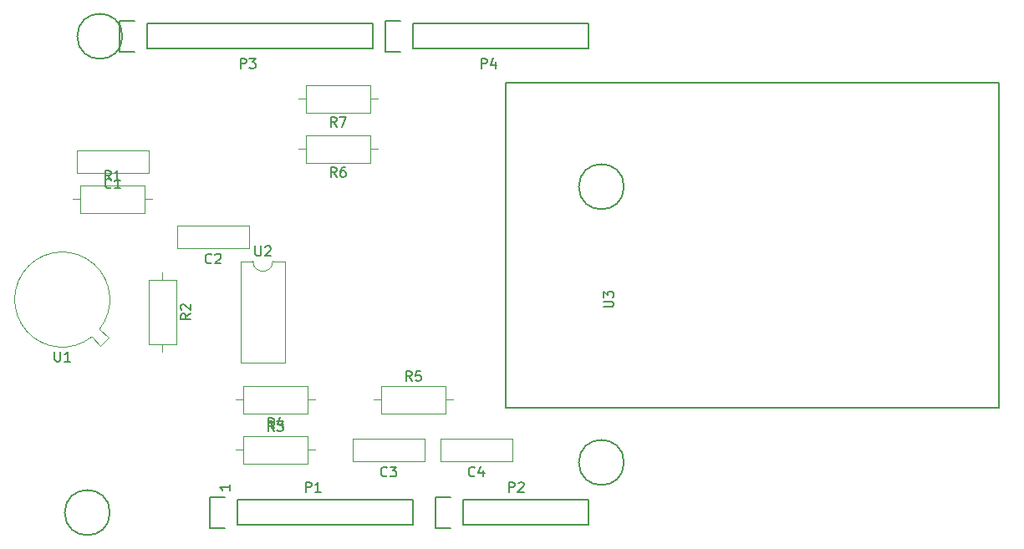
<source format=gbr>
G04 #@! TF.GenerationSoftware,KiCad,Pcbnew,5.0.2-bee76a0~70~ubuntu18.04.1*
G04 #@! TF.CreationDate,2018-11-29T15:01:50+01:00*
G04 #@! TF.ProjectId,DemoShield,44656d6f-5368-4696-956c-642e6b696361,rev?*
G04 #@! TF.SameCoordinates,Original*
G04 #@! TF.FileFunction,Legend,Top*
G04 #@! TF.FilePolarity,Positive*
%FSLAX46Y46*%
G04 Gerber Fmt 4.6, Leading zero omitted, Abs format (unit mm)*
G04 Created by KiCad (PCBNEW 5.0.2-bee76a0~70~ubuntu18.04.1) date jeu. 29 nov. 2018 15:01:50 CET*
%MOMM*%
%LPD*%
G01*
G04 APERTURE LIST*
%ADD10C,0.150000*%
%ADD11C,0.120000*%
G04 APERTURE END LIST*
D10*
X139390380Y-120999285D02*
X139390380Y-121570714D01*
X139390380Y-121285000D02*
X138390380Y-121285000D01*
X138533238Y-121380238D01*
X138628476Y-121475476D01*
X138676095Y-121570714D01*
D11*
G04 #@! TO.C,U1*
X126202674Y-105232371D02*
G75*
G03X125425084Y-106009902I-3774674J2997371D01*
G01*
X127093856Y-106123039D02*
X126202902Y-105232084D01*
X126316039Y-106900856D02*
X127093856Y-106123039D01*
X125425084Y-106009902D02*
X126316039Y-106900856D01*
D10*
G04 #@! TO.C,P1*
X140208000Y-125095000D02*
X157988000Y-125095000D01*
X157988000Y-125095000D02*
X157988000Y-122555000D01*
X157988000Y-122555000D02*
X140208000Y-122555000D01*
X137388000Y-125375000D02*
X138938000Y-125375000D01*
X140208000Y-125095000D02*
X140208000Y-122555000D01*
X138938000Y-122275000D02*
X137388000Y-122275000D01*
X137388000Y-122275000D02*
X137388000Y-125375000D01*
G04 #@! TO.C,P2*
X163068000Y-125095000D02*
X175768000Y-125095000D01*
X175768000Y-125095000D02*
X175768000Y-122555000D01*
X175768000Y-122555000D02*
X163068000Y-122555000D01*
X160248000Y-125375000D02*
X161798000Y-125375000D01*
X163068000Y-125095000D02*
X163068000Y-122555000D01*
X161798000Y-122275000D02*
X160248000Y-122275000D01*
X160248000Y-122275000D02*
X160248000Y-125375000D01*
G04 #@! TO.C,P3*
X131064000Y-76835000D02*
X153924000Y-76835000D01*
X153924000Y-76835000D02*
X153924000Y-74295000D01*
X153924000Y-74295000D02*
X131064000Y-74295000D01*
X128244000Y-77115000D02*
X129794000Y-77115000D01*
X131064000Y-76835000D02*
X131064000Y-74295000D01*
X129794000Y-74015000D02*
X128244000Y-74015000D01*
X128244000Y-74015000D02*
X128244000Y-77115000D01*
G04 #@! TO.C,P4*
X157988000Y-76835000D02*
X175768000Y-76835000D01*
X175768000Y-76835000D02*
X175768000Y-74295000D01*
X175768000Y-74295000D02*
X157988000Y-74295000D01*
X155168000Y-77115000D02*
X156718000Y-77115000D01*
X157988000Y-76835000D02*
X157988000Y-74295000D01*
X156718000Y-74015000D02*
X155168000Y-74015000D01*
X155168000Y-74015000D02*
X155168000Y-77115000D01*
G04 #@! TO.C,P5*
X127254000Y-123825000D02*
G75*
G03X127254000Y-123825000I-2286000J0D01*
G01*
G04 #@! TO.C,P6*
X179324000Y-118745000D02*
G75*
G03X179324000Y-118745000I-2286000J0D01*
G01*
G04 #@! TO.C,P7*
X128524000Y-75565000D02*
G75*
G03X128524000Y-75565000I-2286000J0D01*
G01*
G04 #@! TO.C,P8*
X179324000Y-90805000D02*
G75*
G03X179324000Y-90805000I-2286000J0D01*
G01*
D11*
G04 #@! TO.C,C1*
X131168000Y-89385000D02*
X123928000Y-89385000D01*
X131168000Y-87145000D02*
X123928000Y-87145000D01*
X131168000Y-89385000D02*
X131168000Y-87145000D01*
X123928000Y-89385000D02*
X123928000Y-87145000D01*
G04 #@! TO.C,C2*
X134088000Y-97005000D02*
X134088000Y-94765000D01*
X141328000Y-97005000D02*
X141328000Y-94765000D01*
X141328000Y-94765000D02*
X134088000Y-94765000D01*
X141328000Y-97005000D02*
X134088000Y-97005000D01*
G04 #@! TO.C,C3*
X159108000Y-118595000D02*
X151868000Y-118595000D01*
X159108000Y-116355000D02*
X151868000Y-116355000D01*
X159108000Y-118595000D02*
X159108000Y-116355000D01*
X151868000Y-118595000D02*
X151868000Y-116355000D01*
G04 #@! TO.C,C4*
X160758000Y-118595000D02*
X160758000Y-116355000D01*
X167998000Y-118595000D02*
X167998000Y-116355000D01*
X167998000Y-116355000D02*
X160758000Y-116355000D01*
X167998000Y-118595000D02*
X160758000Y-118595000D01*
G04 #@! TO.C,R1*
X124238000Y-90705000D02*
X124238000Y-93445000D01*
X124238000Y-93445000D02*
X130778000Y-93445000D01*
X130778000Y-93445000D02*
X130778000Y-90705000D01*
X130778000Y-90705000D02*
X124238000Y-90705000D01*
X123468000Y-92075000D02*
X124238000Y-92075000D01*
X131548000Y-92075000D02*
X130778000Y-92075000D01*
G04 #@! TO.C,R2*
X132588000Y-107545000D02*
X132588000Y-106775000D01*
X132588000Y-99465000D02*
X132588000Y-100235000D01*
X133958000Y-106775000D02*
X133958000Y-100235000D01*
X131218000Y-106775000D02*
X133958000Y-106775000D01*
X131218000Y-100235000D02*
X131218000Y-106775000D01*
X133958000Y-100235000D02*
X131218000Y-100235000D01*
G04 #@! TO.C,R3*
X140748000Y-116105000D02*
X140748000Y-118845000D01*
X140748000Y-118845000D02*
X147288000Y-118845000D01*
X147288000Y-118845000D02*
X147288000Y-116105000D01*
X147288000Y-116105000D02*
X140748000Y-116105000D01*
X139978000Y-117475000D02*
X140748000Y-117475000D01*
X148058000Y-117475000D02*
X147288000Y-117475000D01*
G04 #@! TO.C,R4*
X139978000Y-112395000D02*
X140748000Y-112395000D01*
X148058000Y-112395000D02*
X147288000Y-112395000D01*
X140748000Y-113765000D02*
X147288000Y-113765000D01*
X140748000Y-111025000D02*
X140748000Y-113765000D01*
X147288000Y-111025000D02*
X140748000Y-111025000D01*
X147288000Y-113765000D02*
X147288000Y-111025000D01*
G04 #@! TO.C,R5*
X154718000Y-111025000D02*
X154718000Y-113765000D01*
X154718000Y-113765000D02*
X161258000Y-113765000D01*
X161258000Y-113765000D02*
X161258000Y-111025000D01*
X161258000Y-111025000D02*
X154718000Y-111025000D01*
X153948000Y-112395000D02*
X154718000Y-112395000D01*
X162028000Y-112395000D02*
X161258000Y-112395000D01*
G04 #@! TO.C,R6*
X146328000Y-86995000D02*
X147098000Y-86995000D01*
X154408000Y-86995000D02*
X153638000Y-86995000D01*
X147098000Y-88365000D02*
X153638000Y-88365000D01*
X147098000Y-85625000D02*
X147098000Y-88365000D01*
X153638000Y-85625000D02*
X147098000Y-85625000D01*
X153638000Y-88365000D02*
X153638000Y-85625000D01*
G04 #@! TO.C,R7*
X153638000Y-83285000D02*
X153638000Y-80545000D01*
X153638000Y-80545000D02*
X147098000Y-80545000D01*
X147098000Y-80545000D02*
X147098000Y-83285000D01*
X147098000Y-83285000D02*
X153638000Y-83285000D01*
X154408000Y-81915000D02*
X153638000Y-81915000D01*
X146328000Y-81915000D02*
X147098000Y-81915000D01*
G04 #@! TO.C,U2*
X143748000Y-98365000D02*
G75*
G02X141748000Y-98365000I-1000000J0D01*
G01*
X141748000Y-98365000D02*
X140498000Y-98365000D01*
X140498000Y-98365000D02*
X140498000Y-108645000D01*
X140498000Y-108645000D02*
X144998000Y-108645000D01*
X144998000Y-108645000D02*
X144998000Y-98365000D01*
X144998000Y-98365000D02*
X143748000Y-98365000D01*
D10*
G04 #@! TO.C,U3*
X167308000Y-80235000D02*
X167308000Y-113235000D01*
X167308000Y-113235000D02*
X217308000Y-113235000D01*
X167308000Y-80235000D02*
X217308000Y-80235000D01*
X217308000Y-80235000D02*
X217308000Y-113235000D01*
G04 #@! TO.C,U1*
X121666095Y-107507380D02*
X121666095Y-108316904D01*
X121713714Y-108412142D01*
X121761333Y-108459761D01*
X121856571Y-108507380D01*
X122047047Y-108507380D01*
X122142285Y-108459761D01*
X122189904Y-108412142D01*
X122237523Y-108316904D01*
X122237523Y-107507380D01*
X123237523Y-108507380D02*
X122666095Y-108507380D01*
X122951809Y-108507380D02*
X122951809Y-107507380D01*
X122856571Y-107650238D01*
X122761333Y-107745476D01*
X122666095Y-107793095D01*
G04 #@! TO.C,P1*
X147089904Y-121737380D02*
X147089904Y-120737380D01*
X147470857Y-120737380D01*
X147566095Y-120785000D01*
X147613714Y-120832619D01*
X147661333Y-120927857D01*
X147661333Y-121070714D01*
X147613714Y-121165952D01*
X147566095Y-121213571D01*
X147470857Y-121261190D01*
X147089904Y-121261190D01*
X148613714Y-121737380D02*
X148042285Y-121737380D01*
X148328000Y-121737380D02*
X148328000Y-120737380D01*
X148232761Y-120880238D01*
X148137523Y-120975476D01*
X148042285Y-121023095D01*
G04 #@! TO.C,P2*
X167663904Y-121737380D02*
X167663904Y-120737380D01*
X168044857Y-120737380D01*
X168140095Y-120785000D01*
X168187714Y-120832619D01*
X168235333Y-120927857D01*
X168235333Y-121070714D01*
X168187714Y-121165952D01*
X168140095Y-121213571D01*
X168044857Y-121261190D01*
X167663904Y-121261190D01*
X168616285Y-120832619D02*
X168663904Y-120785000D01*
X168759142Y-120737380D01*
X168997238Y-120737380D01*
X169092476Y-120785000D01*
X169140095Y-120832619D01*
X169187714Y-120927857D01*
X169187714Y-121023095D01*
X169140095Y-121165952D01*
X168568666Y-121737380D01*
X169187714Y-121737380D01*
G04 #@! TO.C,P3*
X140485904Y-78811380D02*
X140485904Y-77811380D01*
X140866857Y-77811380D01*
X140962095Y-77859000D01*
X141009714Y-77906619D01*
X141057333Y-78001857D01*
X141057333Y-78144714D01*
X141009714Y-78239952D01*
X140962095Y-78287571D01*
X140866857Y-78335190D01*
X140485904Y-78335190D01*
X141390666Y-77811380D02*
X142009714Y-77811380D01*
X141676380Y-78192333D01*
X141819238Y-78192333D01*
X141914476Y-78239952D01*
X141962095Y-78287571D01*
X142009714Y-78382809D01*
X142009714Y-78620904D01*
X141962095Y-78716142D01*
X141914476Y-78763761D01*
X141819238Y-78811380D01*
X141533523Y-78811380D01*
X141438285Y-78763761D01*
X141390666Y-78716142D01*
G04 #@! TO.C,P4*
X164869904Y-78811380D02*
X164869904Y-77811380D01*
X165250857Y-77811380D01*
X165346095Y-77859000D01*
X165393714Y-77906619D01*
X165441333Y-78001857D01*
X165441333Y-78144714D01*
X165393714Y-78239952D01*
X165346095Y-78287571D01*
X165250857Y-78335190D01*
X164869904Y-78335190D01*
X166298476Y-78144714D02*
X166298476Y-78811380D01*
X166060380Y-77763761D02*
X165822285Y-78478047D01*
X166441333Y-78478047D01*
G04 #@! TO.C,C1*
X127381333Y-90872142D02*
X127333714Y-90919761D01*
X127190857Y-90967380D01*
X127095619Y-90967380D01*
X126952761Y-90919761D01*
X126857523Y-90824523D01*
X126809904Y-90729285D01*
X126762285Y-90538809D01*
X126762285Y-90395952D01*
X126809904Y-90205476D01*
X126857523Y-90110238D01*
X126952761Y-90015000D01*
X127095619Y-89967380D01*
X127190857Y-89967380D01*
X127333714Y-90015000D01*
X127381333Y-90062619D01*
X128333714Y-90967380D02*
X127762285Y-90967380D01*
X128048000Y-90967380D02*
X128048000Y-89967380D01*
X127952761Y-90110238D01*
X127857523Y-90205476D01*
X127762285Y-90253095D01*
G04 #@! TO.C,C2*
X137541333Y-98492142D02*
X137493714Y-98539761D01*
X137350857Y-98587380D01*
X137255619Y-98587380D01*
X137112761Y-98539761D01*
X137017523Y-98444523D01*
X136969904Y-98349285D01*
X136922285Y-98158809D01*
X136922285Y-98015952D01*
X136969904Y-97825476D01*
X137017523Y-97730238D01*
X137112761Y-97635000D01*
X137255619Y-97587380D01*
X137350857Y-97587380D01*
X137493714Y-97635000D01*
X137541333Y-97682619D01*
X137922285Y-97682619D02*
X137969904Y-97635000D01*
X138065142Y-97587380D01*
X138303238Y-97587380D01*
X138398476Y-97635000D01*
X138446095Y-97682619D01*
X138493714Y-97777857D01*
X138493714Y-97873095D01*
X138446095Y-98015952D01*
X137874666Y-98587380D01*
X138493714Y-98587380D01*
G04 #@! TO.C,C3*
X155321333Y-120082142D02*
X155273714Y-120129761D01*
X155130857Y-120177380D01*
X155035619Y-120177380D01*
X154892761Y-120129761D01*
X154797523Y-120034523D01*
X154749904Y-119939285D01*
X154702285Y-119748809D01*
X154702285Y-119605952D01*
X154749904Y-119415476D01*
X154797523Y-119320238D01*
X154892761Y-119225000D01*
X155035619Y-119177380D01*
X155130857Y-119177380D01*
X155273714Y-119225000D01*
X155321333Y-119272619D01*
X155654666Y-119177380D02*
X156273714Y-119177380D01*
X155940380Y-119558333D01*
X156083238Y-119558333D01*
X156178476Y-119605952D01*
X156226095Y-119653571D01*
X156273714Y-119748809D01*
X156273714Y-119986904D01*
X156226095Y-120082142D01*
X156178476Y-120129761D01*
X156083238Y-120177380D01*
X155797523Y-120177380D01*
X155702285Y-120129761D01*
X155654666Y-120082142D01*
G04 #@! TO.C,C4*
X164211333Y-120082142D02*
X164163714Y-120129761D01*
X164020857Y-120177380D01*
X163925619Y-120177380D01*
X163782761Y-120129761D01*
X163687523Y-120034523D01*
X163639904Y-119939285D01*
X163592285Y-119748809D01*
X163592285Y-119605952D01*
X163639904Y-119415476D01*
X163687523Y-119320238D01*
X163782761Y-119225000D01*
X163925619Y-119177380D01*
X164020857Y-119177380D01*
X164163714Y-119225000D01*
X164211333Y-119272619D01*
X165068476Y-119510714D02*
X165068476Y-120177380D01*
X164830380Y-119129761D02*
X164592285Y-119844047D01*
X165211333Y-119844047D01*
G04 #@! TO.C,R1*
X127341333Y-90157380D02*
X127008000Y-89681190D01*
X126769904Y-90157380D02*
X126769904Y-89157380D01*
X127150857Y-89157380D01*
X127246095Y-89205000D01*
X127293714Y-89252619D01*
X127341333Y-89347857D01*
X127341333Y-89490714D01*
X127293714Y-89585952D01*
X127246095Y-89633571D01*
X127150857Y-89681190D01*
X126769904Y-89681190D01*
X128293714Y-90157380D02*
X127722285Y-90157380D01*
X128008000Y-90157380D02*
X128008000Y-89157380D01*
X127912761Y-89300238D01*
X127817523Y-89395476D01*
X127722285Y-89443095D01*
G04 #@! TO.C,R2*
X135410380Y-103671666D02*
X134934190Y-104005000D01*
X135410380Y-104243095D02*
X134410380Y-104243095D01*
X134410380Y-103862142D01*
X134458000Y-103766904D01*
X134505619Y-103719285D01*
X134600857Y-103671666D01*
X134743714Y-103671666D01*
X134838952Y-103719285D01*
X134886571Y-103766904D01*
X134934190Y-103862142D01*
X134934190Y-104243095D01*
X134505619Y-103290714D02*
X134458000Y-103243095D01*
X134410380Y-103147857D01*
X134410380Y-102909761D01*
X134458000Y-102814523D01*
X134505619Y-102766904D01*
X134600857Y-102719285D01*
X134696095Y-102719285D01*
X134838952Y-102766904D01*
X135410380Y-103338333D01*
X135410380Y-102719285D01*
G04 #@! TO.C,R3*
X143851333Y-115557380D02*
X143518000Y-115081190D01*
X143279904Y-115557380D02*
X143279904Y-114557380D01*
X143660857Y-114557380D01*
X143756095Y-114605000D01*
X143803714Y-114652619D01*
X143851333Y-114747857D01*
X143851333Y-114890714D01*
X143803714Y-114985952D01*
X143756095Y-115033571D01*
X143660857Y-115081190D01*
X143279904Y-115081190D01*
X144184666Y-114557380D02*
X144803714Y-114557380D01*
X144470380Y-114938333D01*
X144613238Y-114938333D01*
X144708476Y-114985952D01*
X144756095Y-115033571D01*
X144803714Y-115128809D01*
X144803714Y-115366904D01*
X144756095Y-115462142D01*
X144708476Y-115509761D01*
X144613238Y-115557380D01*
X144327523Y-115557380D01*
X144232285Y-115509761D01*
X144184666Y-115462142D01*
G04 #@! TO.C,R4*
X143851333Y-115217380D02*
X143518000Y-114741190D01*
X143279904Y-115217380D02*
X143279904Y-114217380D01*
X143660857Y-114217380D01*
X143756095Y-114265000D01*
X143803714Y-114312619D01*
X143851333Y-114407857D01*
X143851333Y-114550714D01*
X143803714Y-114645952D01*
X143756095Y-114693571D01*
X143660857Y-114741190D01*
X143279904Y-114741190D01*
X144708476Y-114550714D02*
X144708476Y-115217380D01*
X144470380Y-114169761D02*
X144232285Y-114884047D01*
X144851333Y-114884047D01*
G04 #@! TO.C,R5*
X157821333Y-110477380D02*
X157488000Y-110001190D01*
X157249904Y-110477380D02*
X157249904Y-109477380D01*
X157630857Y-109477380D01*
X157726095Y-109525000D01*
X157773714Y-109572619D01*
X157821333Y-109667857D01*
X157821333Y-109810714D01*
X157773714Y-109905952D01*
X157726095Y-109953571D01*
X157630857Y-110001190D01*
X157249904Y-110001190D01*
X158726095Y-109477380D02*
X158249904Y-109477380D01*
X158202285Y-109953571D01*
X158249904Y-109905952D01*
X158345142Y-109858333D01*
X158583238Y-109858333D01*
X158678476Y-109905952D01*
X158726095Y-109953571D01*
X158773714Y-110048809D01*
X158773714Y-110286904D01*
X158726095Y-110382142D01*
X158678476Y-110429761D01*
X158583238Y-110477380D01*
X158345142Y-110477380D01*
X158249904Y-110429761D01*
X158202285Y-110382142D01*
G04 #@! TO.C,R6*
X150201333Y-89817380D02*
X149868000Y-89341190D01*
X149629904Y-89817380D02*
X149629904Y-88817380D01*
X150010857Y-88817380D01*
X150106095Y-88865000D01*
X150153714Y-88912619D01*
X150201333Y-89007857D01*
X150201333Y-89150714D01*
X150153714Y-89245952D01*
X150106095Y-89293571D01*
X150010857Y-89341190D01*
X149629904Y-89341190D01*
X151058476Y-88817380D02*
X150868000Y-88817380D01*
X150772761Y-88865000D01*
X150725142Y-88912619D01*
X150629904Y-89055476D01*
X150582285Y-89245952D01*
X150582285Y-89626904D01*
X150629904Y-89722142D01*
X150677523Y-89769761D01*
X150772761Y-89817380D01*
X150963238Y-89817380D01*
X151058476Y-89769761D01*
X151106095Y-89722142D01*
X151153714Y-89626904D01*
X151153714Y-89388809D01*
X151106095Y-89293571D01*
X151058476Y-89245952D01*
X150963238Y-89198333D01*
X150772761Y-89198333D01*
X150677523Y-89245952D01*
X150629904Y-89293571D01*
X150582285Y-89388809D01*
G04 #@! TO.C,R7*
X150201333Y-84737380D02*
X149868000Y-84261190D01*
X149629904Y-84737380D02*
X149629904Y-83737380D01*
X150010857Y-83737380D01*
X150106095Y-83785000D01*
X150153714Y-83832619D01*
X150201333Y-83927857D01*
X150201333Y-84070714D01*
X150153714Y-84165952D01*
X150106095Y-84213571D01*
X150010857Y-84261190D01*
X149629904Y-84261190D01*
X150534666Y-83737380D02*
X151201333Y-83737380D01*
X150772761Y-84737380D01*
G04 #@! TO.C,U2*
X141986095Y-96817380D02*
X141986095Y-97626904D01*
X142033714Y-97722142D01*
X142081333Y-97769761D01*
X142176571Y-97817380D01*
X142367047Y-97817380D01*
X142462285Y-97769761D01*
X142509904Y-97722142D01*
X142557523Y-97626904D01*
X142557523Y-96817380D01*
X142986095Y-96912619D02*
X143033714Y-96865000D01*
X143128952Y-96817380D01*
X143367047Y-96817380D01*
X143462285Y-96865000D01*
X143509904Y-96912619D01*
X143557523Y-97007857D01*
X143557523Y-97103095D01*
X143509904Y-97245952D01*
X142938476Y-97817380D01*
X143557523Y-97817380D01*
G04 #@! TO.C,U3*
X177260380Y-102996904D02*
X178069904Y-102996904D01*
X178165142Y-102949285D01*
X178212761Y-102901666D01*
X178260380Y-102806428D01*
X178260380Y-102615952D01*
X178212761Y-102520714D01*
X178165142Y-102473095D01*
X178069904Y-102425476D01*
X177260380Y-102425476D01*
X177260380Y-102044523D02*
X177260380Y-101425476D01*
X177641333Y-101758809D01*
X177641333Y-101615952D01*
X177688952Y-101520714D01*
X177736571Y-101473095D01*
X177831809Y-101425476D01*
X178069904Y-101425476D01*
X178165142Y-101473095D01*
X178212761Y-101520714D01*
X178260380Y-101615952D01*
X178260380Y-101901666D01*
X178212761Y-101996904D01*
X178165142Y-102044523D01*
G04 #@! TD*
M02*

</source>
